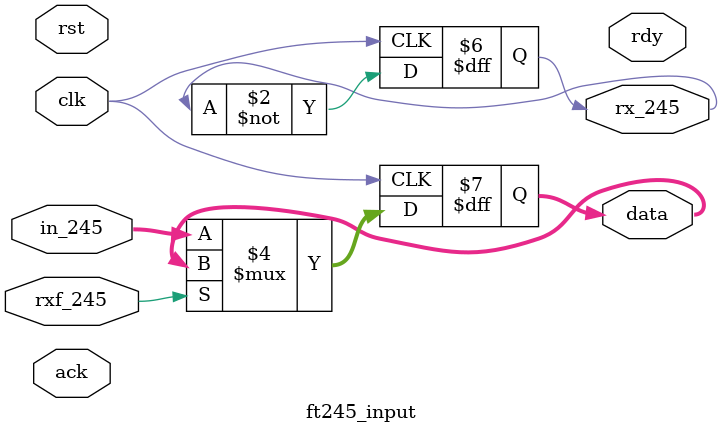
<source format=v>

module ft245_input ( 

    // ft245 rx interface
    input [7:0] in_245,
    input rxf_245,
    output reg rx_245,

    // 
    input clk,
    input rst,

    // simple interface
    output reg [7:0] data,
    output reg rdy,
    input ack
);
    
    always @(posedge clk) begin
        rx_245 <= ~rx_245;
        if (rxf_245 == 1'b0) begin
            data <= in_245;
        end
    end

endmodule

</source>
